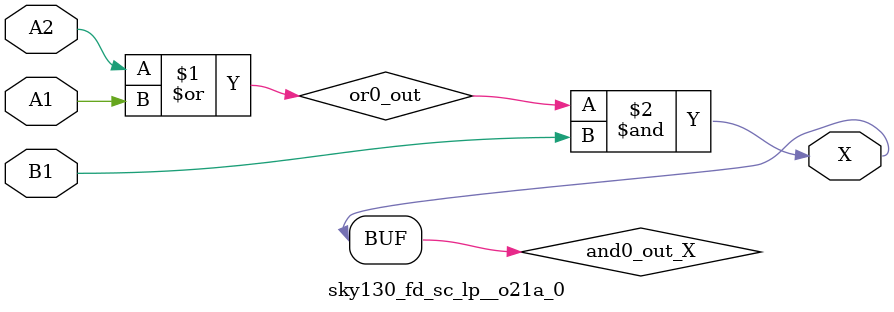
<source format=v>
/*
 * Copyright 2020 The SkyWater PDK Authors
 *
 * Licensed under the Apache License, Version 2.0 (the "License");
 * you may not use this file except in compliance with the License.
 * You may obtain a copy of the License at
 *
 *     https://www.apache.org/licenses/LICENSE-2.0
 *
 * Unless required by applicable law or agreed to in writing, software
 * distributed under the License is distributed on an "AS IS" BASIS,
 * WITHOUT WARRANTIES OR CONDITIONS OF ANY KIND, either express or implied.
 * See the License for the specific language governing permissions and
 * limitations under the License.
 *
 * SPDX-License-Identifier: Apache-2.0
*/


`ifndef SKY130_FD_SC_LP__O21A_0_FUNCTIONAL_V
`define SKY130_FD_SC_LP__O21A_0_FUNCTIONAL_V

/**
 * o21a: 2-input OR into first input of 2-input AND.
 *
 *       X = ((A1 | A2) & B1)
 *
 * Verilog simulation functional model.
 */

`timescale 1ns / 1ps
`default_nettype none

`celldefine
module sky130_fd_sc_lp__o21a_0 (
    X ,
    A1,
    A2,
    B1
);

    // Module ports
    output X ;
    input  A1;
    input  A2;
    input  B1;

    // Local signals
    wire or0_out   ;
    wire and0_out_X;

    //  Name  Output      Other arguments
    or  or0  (or0_out   , A2, A1         );
    and and0 (and0_out_X, or0_out, B1    );
    buf buf0 (X         , and0_out_X     );

endmodule
`endcelldefine

`default_nettype wire
`endif  // SKY130_FD_SC_LP__O21A_0_FUNCTIONAL_V

</source>
